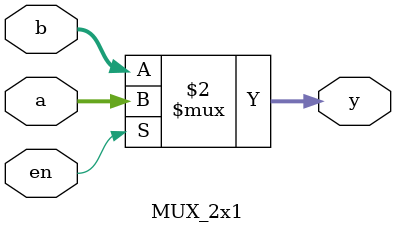
<source format=sv>
`timescale 1ns / 1ps


module datapath (
    input  logic [31:0] Instr_rdata,
    input  logic        clk,
    input  logic        reset,
    input  logic [ 3:0] alu_control_en,
    input  logic        imm_en,
    input  logic        register_write_en,
    output logic [31:0] Instr_Addr,
    output logic [31:0] alu_result,
    output logic [31:0] mem_wdata,
    input  logic [31:0] mem_rdata
);


    logic [31:0]
        regster_data1,
        regster_data2,
        pc_out,
        pc_in,
        imm_addr,
        mux_regster_data2;

    assign Instr_Addr = pc_out;
    assign mem_wdata  = regster_data2;

    program_counter U_PC (
        .clk  (clk),
        .reset(reset),
        .q_in (pc_in),
        .pc   (pc_out)
    );

    regfile U_REGFILE (
        .clk(clk),
        // .reset(reset),
        .RA1(Instr_rdata[19:15]),
        .RA2(Instr_rdata[24:20]),
        .WA (Instr_rdata[11:7]),
        .WD (alu_result),
        .WE (register_write_en),
        .RD1(regster_data1),
        .RD2(regster_data2)
    );

    ALU U_ALU (
        .RS1           (regster_data1),
        .RS2           (mux_regster_data2),
        .alu_control_en(alu_control_en),
        .alu_result    (alu_result)
    );

    adder U_ADD (
        .a(pc_out),
        .b(32'd4),
        .y(pc_in)
    );

    imm_extend U_IMM_EXTEND (
        .instr_opcode(Instr_rdata),
        .imm_addr    (imm_addr)
    );

    MUX_2x1 U_IMM_MUX (
        .a (imm_addr),
        .b (regster_data2),
        .en(imm_en),
        .y (mux_regster_data2)
    );




endmodule

module program_counter (
    input  logic        clk,
    input  logic        reset,
    input  logic [31:0] q_in,
    output logic [31:0] pc
);

    always @(posedge clk, posedge reset) begin
        if (reset) begin
            pc <= 32'd0;
        end else begin
            pc <= q_in;
        end
    end

endmodule

module regfile (
    input  logic        clk,
    input  logic [ 4:0] RA1,
    input  logic [ 4:0] RA2,
    input  logic [ 4:0] WA,
    input  logic [31:0] WD,
    input  logic        WE,
    output logic [31:0] RD1,
    output logic [31:0] RD2
);

    logic [31:0] reg_file[0:31];
    integer j;

    initial begin
        for (j = 0; j < 32; j++) begin
            reg_file[j] = j;
        end
    end

    always_ff @(posedge clk) begin
        if (WE) begin
            reg_file[WA] <= WD;
        end
    end


    assign RD1 = reg_file[RA1];
    assign RD2 = reg_file[RA2];

endmodule

module ALU (
    input  logic [31:0] RS1,
    input  logic [31:0] RS2,
    input  logic [ 3:0] alu_control_en,
    output logic [31:0] alu_result
);

    always @(*) begin
        alu_result = 32'd0;
        case (alu_control_en)
            4'b0000: begin  //add
                alu_result = RS1 + RS2;
            end
            4'b0001: begin  //sll
                alu_result = RS1 << RS2[4:0];
            end
            4'b0010: begin  //
                alu_result = ($signed(RS1) < $signed(RS2)) ? 1 : 0;
            end
            4'b0011: begin
                alu_result = ($unsigned(RS1) < $unsigned(RS2)) ? 1 : 0;
            end
            4'b0100: begin
                alu_result = RS1 ^ RS2;
            end
            4'b0101: begin
                alu_result = RS1 >> RS2[4:0];
            end
            4'b0110: begin
                alu_result = RS1 | RS2;
            end
            4'b0111: begin
                alu_result = RS1 & RS2;
            end
            4'b1000: begin
                alu_result = RS1 - RS2;
            end
            4'b1101: begin
                alu_result = $signed(RS1) >>> (RS2[4:0]);
            end
        endcase
    end
endmodule

module imm_extend (
    input  logic [31:0] instr_opcode,
    output logic [31:0] imm_addr
);

    logic [2:0] funt_3 = instr_opcode[14:12];

    always_comb begin
        imm_addr = 32'b0;
        if (instr_opcode[6:0] == 7'b0010011) begin
            case (funt_3)
                3'b001, 3'b101:  // SLLI, SRLI, SRAI
                imm_addr = {27'b0, instr_opcode[24:20]};
                3'b011: imm_addr = {20'b0, instr_opcode[31:20]};
                default:
                imm_addr = {{20{instr_opcode[31]}}, instr_opcode[31:20]};
            endcase
        end
        if (instr_opcode[6:0] == 7'b0100011) begin
            imm_addr = {{20{instr_opcode[31]}}, instr_opcode[31:25], instr_opcode[11:7]};
        end

    end

endmodule


module adder (
    input  logic [31:0] a,
    input  logic [31:0] b,
    output logic [31:0] y
);

    assign y = a + b;

endmodule


module MUX_2x1 (
    input logic [31:0] a,
    input logic [31:0] b,
    input logic en,
    output logic [31:0] y
);

    assign y = en ? a : b;

endmodule


</source>
